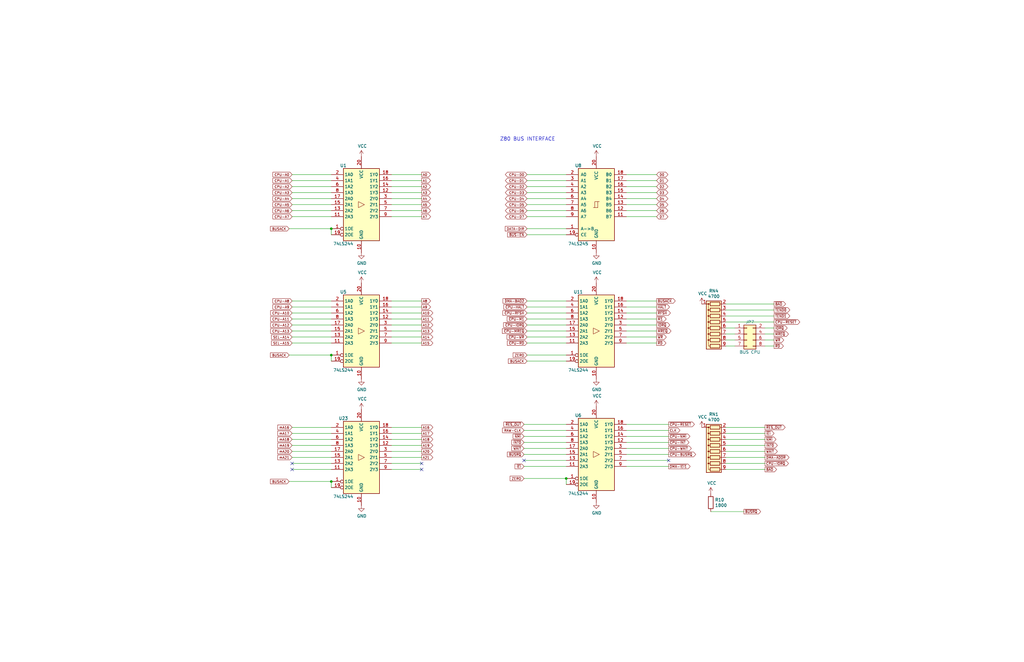
<source format=kicad_sch>
(kicad_sch (version 20211123) (generator eeschema)
  (paper "B")
  (lib_symbols
    (symbol "74xx:74HCT244"
      (property "Reference" "U" (at -7.62 16.51 0))
      (property "Value" "74HCT244" (at -7.62 -16.51 0))
      (symbol "74HCT244_1_0"
        (polyline (pts (xy 1.27 0) (xy -1.27 1.27) (xy -1.27 -1.27) (xy 1.27 0)) (stroke (width 0.1524)))
        (pin input inverted (at -12.7 -10.16 0) (length 5.08) (name "1OE") (number "1"))
        (pin power_in line (at 0 -20.32 90) (length 5.08) (name "GND") (number "10"))
        (pin input line (at -12.7 -5.08 0) (length 5.08) (name "2A3") (number "11"))
        (pin tri_state line (at 12.7 5.08 180) (length 5.08) (name "1Y3") (number "12"))
        (pin input line (at -12.7 -2.54 0) (length 5.08) (name "2A2") (number "13"))
        (pin tri_state line (at 12.7 7.62 180) (length 5.08) (name "1Y2") (number "14"))
        (pin input line (at -12.7 0 0) (length 5.08) (name "2A1") (number "15"))
        (pin tri_state line (at 12.7 10.16 180) (length 5.08) (name "1Y1") (number "16"))
        (pin input line (at -12.7 2.54 0) (length 5.08) (name "2A0") (number "17"))
        (pin tri_state line (at 12.7 12.7 180) (length 5.08) (name "1Y0") (number "18"))
        (pin input inverted (at -12.7 -12.7 0) (length 5.08) (name "2OE") (number "19"))
        (pin input line (at -12.7 12.7 0) (length 5.08) (name "1A0") (number "2"))
        (pin power_in line (at 0 20.32 270) (length 5.08) (name "VCC") (number "20"))
        (pin tri_state line (at 12.7 2.54 180) (length 5.08) (name "2Y0") (number "3"))
        (pin input line (at -12.7 10.16 0) (length 5.08) (name "1A1") (number "4"))
        (pin tri_state line (at 12.7 0 180) (length 5.08) (name "2Y1") (number "5"))
        (pin input line (at -12.7 7.62 0) (length 5.08) (name "1A2") (number "6"))
        (pin tri_state line (at 12.7 -2.54 180) (length 5.08) (name "2Y2") (number "7"))
        (pin input line (at -12.7 5.08 0) (length 5.08) (name "1A3") (number "8"))
        (pin tri_state line (at 12.7 -5.08 180) (length 5.08) (name "2Y3") (number "9"))
      )
      (symbol "74HCT244_1_1"
        (rectangle (start -7.62 15.24) (end 7.62 -15.24) (stroke (width 0.254)) (fill (type background)))
      )
    )
    (symbol "74xx:74LS245" (pin_names (offset 1.016))
      (property "Reference" "U" (at -7.62 16.51 0))
      (property "Value" "74LS245" (at -7.62 -16.51 0))
      (symbol "74LS245_1_0"
        (polyline (pts (xy -0.635 -1.27) (xy -0.635 1.27) (xy 0.635 1.27)))
        (polyline (pts (xy -1.27 -1.27) (xy 0.635 -1.27) (xy 0.635 1.27) (xy 1.27 1.27)))
        (pin input line (at -12.7 -10.16 0) (length 5.08) (name "A->B") (number "1"))
        (pin power_in line (at 0 -20.32 90) (length 5.08) (name "GND") (number "10"))
        (pin tri_state line (at 12.7 -5.08 180) (length 5.08) (name "B7") (number "11"))
        (pin tri_state line (at 12.7 -2.54 180) (length 5.08) (name "B6") (number "12"))
        (pin tri_state line (at 12.7 0 180) (length 5.08) (name "B5") (number "13"))
        (pin tri_state line (at 12.7 2.54 180) (length 5.08) (name "B4") (number "14"))
        (pin tri_state line (at 12.7 5.08 180) (length 5.08) (name "B3") (number "15"))
        (pin tri_state line (at 12.7 7.62 180) (length 5.08) (name "B2") (number "16"))
        (pin tri_state line (at 12.7 10.16 180) (length 5.08) (name "B1") (number "17"))
        (pin tri_state line (at 12.7 12.7 180) (length 5.08) (name "B0") (number "18"))
        (pin input inverted (at -12.7 -12.7 0) (length 5.08) (name "CE") (number "19"))
        (pin tri_state line (at -12.7 12.7 0) (length 5.08) (name "A0") (number "2"))
        (pin power_in line (at 0 20.32 270) (length 5.08) (name "VCC") (number "20"))
        (pin tri_state line (at -12.7 10.16 0) (length 5.08) (name "A1") (number "3"))
        (pin tri_state line (at -12.7 7.62 0) (length 5.08) (name "A2") (number "4"))
        (pin tri_state line (at -12.7 5.08 0) (length 5.08) (name "A3") (number "5"))
        (pin tri_state line (at -12.7 2.54 0) (length 5.08) (name "A4") (number "6"))
        (pin tri_state line (at -12.7 0 0) (length 5.08) (name "A5") (number "7"))
        (pin tri_state line (at -12.7 -2.54 0) (length 5.08) (name "A6") (number "8"))
        (pin tri_state line (at -12.7 -5.08 0) (length 5.08) (name "A7") (number "9"))
      )
      (symbol "74LS245_1_1"
        (rectangle (start -7.62 15.24) (end 7.62 -15.24) (stroke (width 0.254)) (fill (type background)))
      )
    )
    (symbol "Connector_Generic:Conn_02x04_Odd_Even" (pin_names (offset 1.016) hide)
      (property "Reference" "J" (at 1.27 5.08 0))
      (property "Value" "Conn_02x04_Odd_Even" (at 1.27 -7.62 0))
      (symbol "Conn_02x04_Odd_Even_1_1"
        (rectangle (start -1.27 -4.953) (end 0 -5.207) (stroke (width 0.1524)))
        (rectangle (start -1.27 -2.413) (end 0 -2.667) (stroke (width 0.1524)))
        (rectangle (start -1.27 0.127) (end 0 -0.127) (stroke (width 0.1524)))
        (rectangle (start -1.27 2.667) (end 0 2.413) (stroke (width 0.1524)))
        (rectangle (start -1.27 3.81) (end 3.81 -6.35) (stroke (width 0.254)) (fill (type background)))
        (rectangle (start 3.81 -4.953) (end 2.54 -5.207) (stroke (width 0.1524)))
        (rectangle (start 3.81 -2.413) (end 2.54 -2.667) (stroke (width 0.1524)))
        (rectangle (start 3.81 0.127) (end 2.54 -0.127) (stroke (width 0.1524)))
        (rectangle (start 3.81 2.667) (end 2.54 2.413) (stroke (width 0.1524)))
        (pin passive line (at -5.08 2.54 0) (length 3.81) (name "Pin_1") (number "1"))
        (pin passive line (at 7.62 2.54 180) (length 3.81) (name "Pin_2") (number "2"))
        (pin passive line (at -5.08 0 0) (length 3.81) (name "Pin_3") (number "3"))
        (pin passive line (at 7.62 0 180) (length 3.81) (name "Pin_4") (number "4"))
        (pin passive line (at -5.08 -2.54 0) (length 3.81) (name "Pin_5") (number "5"))
        (pin passive line (at 7.62 -2.54 180) (length 3.81) (name "Pin_6") (number "6"))
        (pin passive line (at -5.08 -5.08 0) (length 3.81) (name "Pin_7") (number "7"))
        (pin passive line (at 7.62 -5.08 180) (length 3.81) (name "Pin_8") (number "8"))
      )
    )
    (symbol "Device:R" (pin_numbers hide) (pin_names (offset 0))
      (property "Reference" "R" (at 2.032 0 90))
      (property "Value" "R" (at 0 0 90))
      (symbol "R_0_1"
        (rectangle (start -1.016 -2.54) (end 1.016 2.54) (stroke (width 0.254)))
      )
      (symbol "R_1_1"
        (pin passive line (at 0 3.81 270) (length 1.27) (name "~") (number "1"))
        (pin passive line (at 0 -3.81 90) (length 1.27) (name "~") (number "2"))
      )
    )
    (symbol "Device:R_Network08" (pin_names (offset 0) hide)
      (property "Reference" "RN" (at -12.7 0 90))
      (property "Value" "R_Network08" (at 10.16 0 90))
      (symbol "R_Network08_0_1"
        (rectangle (start -11.43 -3.175) (end 8.89 3.175) (stroke (width 0.254)) (fill (type background)))
        (rectangle (start -10.922 1.524) (end -9.398 -2.54) (stroke (width 0.254)))
        (circle (center -10.16 2.286) (radius 0.254) (fill (type outline)))
        (rectangle (start -8.382 1.524) (end -6.858 -2.54) (stroke (width 0.254)))
        (circle (center -7.62 2.286) (radius 0.254) (fill (type outline)))
        (rectangle (start -5.842 1.524) (end -4.318 -2.54) (stroke (width 0.254)))
        (circle (center -5.08 2.286) (radius 0.254) (fill (type outline)))
        (rectangle (start -3.302 1.524) (end -1.778 -2.54) (stroke (width 0.254)))
        (circle (center -2.54 2.286) (radius 0.254) (fill (type outline)))
        (rectangle (start -0.762 1.524) (end 0.762 -2.54) (stroke (width 0.254)))
        (polyline (pts (xy -10.16 -2.54) (xy -10.16 -3.81)))
        (polyline (pts (xy -7.62 -2.54) (xy -7.62 -3.81)))
        (polyline (pts (xy -5.08 -2.54) (xy -5.08 -3.81)))
        (polyline (pts (xy -2.54 -2.54) (xy -2.54 -3.81)))
        (polyline (pts (xy 0 -2.54) (xy 0 -3.81)))
        (polyline (pts (xy 2.54 -2.54) (xy 2.54 -3.81)))
        (polyline (pts (xy 5.08 -2.54) (xy 5.08 -3.81)))
        (polyline (pts (xy 7.62 -2.54) (xy 7.62 -3.81)))
        (polyline (pts (xy -10.16 1.524) (xy -10.16 2.286) (xy -7.62 2.286) (xy -7.62 1.524)))
        (polyline (pts (xy -7.62 1.524) (xy -7.62 2.286) (xy -5.08 2.286) (xy -5.08 1.524)))
        (polyline (pts (xy -5.08 1.524) (xy -5.08 2.286) (xy -2.54 2.286) (xy -2.54 1.524)))
        (polyline (pts (xy -2.54 1.524) (xy -2.54 2.286) (xy 0 2.286) (xy 0 1.524)))
        (polyline (pts (xy 0 1.524) (xy 0 2.286) (xy 2.54 2.286) (xy 2.54 1.524)))
        (polyline (pts (xy 2.54 1.524) (xy 2.54 2.286) (xy 5.08 2.286) (xy 5.08 1.524)))
        (polyline (pts (xy 5.08 1.524) (xy 5.08 2.286) (xy 7.62 2.286) (xy 7.62 1.524)))
        (circle (center 0 2.286) (radius 0.254) (fill (type outline)))
        (rectangle (start 1.778 1.524) (end 3.302 -2.54) (stroke (width 0.254)))
        (circle (center 2.54 2.286) (radius 0.254) (fill (type outline)))
        (rectangle (start 4.318 1.524) (end 5.842 -2.54) (stroke (width 0.254)))
        (circle (center 5.08 2.286) (radius 0.254) (fill (type outline)))
        (rectangle (start 6.858 1.524) (end 8.382 -2.54) (stroke (width 0.254)))
      )
      (symbol "R_Network08_1_1"
        (pin passive line (at -10.16 5.08 270) (length 2.54) (name "common") (number "1"))
        (pin passive line (at -10.16 -5.08 90) (length 1.27) (name "R1") (number "2"))
        (pin passive line (at -7.62 -5.08 90) (length 1.27) (name "R2") (number "3"))
        (pin passive line (at -5.08 -5.08 90) (length 1.27) (name "R3") (number "4"))
        (pin passive line (at -2.54 -5.08 90) (length 1.27) (name "R4") (number "5"))
        (pin passive line (at 0 -5.08 90) (length 1.27) (name "R5") (number "6"))
        (pin passive line (at 2.54 -5.08 90) (length 1.27) (name "R6") (number "7"))
        (pin passive line (at 5.08 -5.08 90) (length 1.27) (name "R7") (number "8"))
        (pin passive line (at 7.62 -5.08 90) (length 1.27) (name "R8") (number "9"))
      )
    )
    (symbol "power:GND" (power) (pin_names (offset 0))
      (property "Value" "GND" (at 0 -3.81 0))
      (symbol "GND_0_1"
        (polyline (pts (xy 0 0) (xy 0 -1.27) (xy 1.27 -1.27) (xy 0 -2.54) (xy -1.27 -1.27) (xy 0 -1.27)))
      )
      (symbol "GND_1_1"
        (pin power_in line (at 0 0 270) (length 0) hide (name "GND") (number "1"))
      )
    )
    (symbol "power:VCC" (power) (pin_names (offset 0))
      (property "Value" "VCC" (at 0 3.81 0))
      (symbol "VCC_0_1"
        (polyline (pts (xy -0.762 1.27) (xy 0 2.54)))
        (polyline (pts (xy 0 0) (xy 0 2.54)))
        (polyline (pts (xy 0 2.54) (xy 0.762 1.27)))
      )
      (symbol "VCC_1_1"
        (pin power_in line (at 0 0 90) (length 0) hide (name "VCC") (number "1"))
      )
    )
  )
  (junction (at 139.7 149.86))
  (junction (at 139.7 203.2))
  (junction (at 139.7 96.52))
  (junction (at 238.76 201.93))
  (no_connect (at 123.19 195.58))
  (no_connect (at 220.98 194.31))
  (no_connect (at 177.8 198.12))
  (no_connect (at 123.19 198.12))
  (no_connect (at 281.94 194.31))
  (no_connect (at 177.8 195.58))
  (wire (pts (xy 264.16 132.08) (xy 276.86 132.08)))
  (wire (pts (xy 165.1 193.04) (xy 177.8 193.04)))
  (wire (pts (xy 139.7 96.52) (xy 121.92 96.52)))
  (wire (pts (xy 123.19 73.66) (xy 139.7 73.66)))
  (wire (pts (xy 264.16 179.07) (xy 281.94 179.07)))
  (wire (pts (xy 306.07 190.5) (xy 322.58 190.5)))
  (wire (pts (xy 306.07 193.04) (xy 322.58 193.04)))
  (wire (pts (xy 264.16 137.16) (xy 276.86 137.16)))
  (wire (pts (xy 306.07 143.51) (xy 309.88 143.51)))
  (wire (pts (xy 123.19 88.9) (xy 139.7 88.9)))
  (wire (pts (xy 165.1 198.12) (xy 177.8 198.12)))
  (wire (pts (xy 165.1 76.2) (xy 177.8 76.2)))
  (wire (pts (xy 222.25 83.82) (xy 238.76 83.82)))
  (wire (pts (xy 264.16 184.15) (xy 281.94 184.15)))
  (wire (pts (xy 222.25 144.78) (xy 238.76 144.78)))
  (wire (pts (xy 165.1 86.36) (xy 177.8 86.36)))
  (wire (pts (xy 165.1 137.16) (xy 177.8 137.16)))
  (wire (pts (xy 165.1 129.54) (xy 177.8 129.54)))
  (wire (pts (xy 264.16 196.85) (xy 281.94 196.85)))
  (wire (pts (xy 322.58 138.43) (xy 326.39 138.43)))
  (wire (pts (xy 322.58 146.05) (xy 326.39 146.05)))
  (wire (pts (xy 165.1 182.88) (xy 177.8 182.88)))
  (wire (pts (xy 306.07 195.58) (xy 322.58 195.58)))
  (wire (pts (xy 123.19 81.28) (xy 139.7 81.28)))
  (wire (pts (xy 222.25 132.08) (xy 238.76 132.08)))
  (wire (pts (xy 165.1 139.7) (xy 177.8 139.7)))
  (wire (pts (xy 123.19 76.2) (xy 139.7 76.2)))
  (wire (pts (xy 306.07 182.88) (xy 322.58 182.88)))
  (wire (pts (xy 165.1 127) (xy 177.8 127)))
  (wire (pts (xy 165.1 73.66) (xy 177.8 73.66)))
  (wire (pts (xy 222.25 81.28) (xy 238.76 81.28)))
  (wire (pts (xy 264.16 86.36) (xy 276.86 86.36)))
  (wire (pts (xy 139.7 152.4) (xy 139.7 149.86)))
  (wire (pts (xy 306.07 180.34) (xy 322.58 180.34)))
  (wire (pts (xy 306.07 140.97) (xy 309.88 140.97)))
  (wire (pts (xy 222.25 137.16) (xy 238.76 137.16)))
  (wire (pts (xy 123.19 91.44) (xy 139.7 91.44)))
  (wire (pts (xy 281.94 191.77) (xy 264.16 191.77)))
  (wire (pts (xy 238.76 134.62) (xy 222.25 134.62)))
  (wire (pts (xy 306.07 146.05) (xy 309.88 146.05)))
  (wire (pts (xy 222.25 76.2) (xy 238.76 76.2)))
  (wire (pts (xy 264.16 81.28) (xy 276.86 81.28)))
  (wire (pts (xy 139.7 149.86) (xy 121.92 149.86)))
  (wire (pts (xy 264.16 142.24) (xy 276.86 142.24)))
  (wire (pts (xy 222.25 86.36) (xy 238.76 86.36)))
  (wire (pts (xy 264.16 127) (xy 276.86 127)))
  (wire (pts (xy 264.16 181.61) (xy 281.94 181.61)))
  (wire (pts (xy 264.16 134.62) (xy 276.86 134.62)))
  (wire (pts (xy 222.25 142.24) (xy 238.76 142.24)))
  (wire (pts (xy 222.25 129.54) (xy 238.76 129.54)))
  (wire (pts (xy 123.19 129.54) (xy 139.7 129.54)))
  (wire (pts (xy 306.07 198.12) (xy 322.58 198.12)))
  (wire (pts (xy 123.19 83.82) (xy 139.7 83.82)))
  (wire (pts (xy 264.16 88.9) (xy 276.86 88.9)))
  (wire (pts (xy 165.1 187.96) (xy 177.8 187.96)))
  (wire (pts (xy 123.19 137.16) (xy 139.7 137.16)))
  (wire (pts (xy 165.1 88.9) (xy 177.8 88.9)))
  (wire (pts (xy 222.25 73.66) (xy 238.76 73.66)))
  (wire (pts (xy 281.94 189.23) (xy 264.16 189.23)))
  (wire (pts (xy 123.19 132.08) (xy 139.7 132.08)))
  (wire (pts (xy 165.1 91.44) (xy 177.8 91.44)))
  (wire (pts (xy 222.25 149.86) (xy 238.76 149.86)))
  (wire (pts (xy 220.98 191.77) (xy 238.76 191.77)))
  (wire (pts (xy 165.1 78.74) (xy 177.8 78.74)))
  (wire (pts (xy 165.1 144.78) (xy 177.8 144.78)))
  (wire (pts (xy 165.1 81.28) (xy 177.8 81.28)))
  (wire (pts (xy 322.58 143.51) (xy 326.39 143.51)))
  (wire (pts (xy 123.19 187.96) (xy 139.7 187.96)))
  (wire (pts (xy 264.16 139.7) (xy 276.86 139.7)))
  (wire (pts (xy 222.25 99.06) (xy 238.76 99.06)))
  (wire (pts (xy 306.07 138.43) (xy 309.88 138.43)))
  (wire (pts (xy 264.16 83.82) (xy 276.86 83.82)))
  (wire (pts (xy 306.07 135.89) (xy 326.39 135.89)))
  (wire (pts (xy 165.1 195.58) (xy 177.8 195.58)))
  (wire (pts (xy 165.1 134.62) (xy 177.8 134.62)))
  (wire (pts (xy 123.19 195.58) (xy 139.7 195.58)))
  (wire (pts (xy 165.1 83.82) (xy 177.8 83.82)))
  (wire (pts (xy 165.1 185.42) (xy 177.8 185.42)))
  (wire (pts (xy 165.1 142.24) (xy 177.8 142.24)))
  (wire (pts (xy 264.16 194.31) (xy 281.94 194.31)))
  (wire (pts (xy 220.98 186.69) (xy 238.76 186.69)))
  (wire (pts (xy 264.16 186.69) (xy 281.94 186.69)))
  (wire (pts (xy 123.19 144.78) (xy 139.7 144.78)))
  (wire (pts (xy 306.07 133.35) (xy 326.39 133.35)))
  (wire (pts (xy 306.07 187.96) (xy 322.58 187.96)))
  (wire (pts (xy 222.25 152.4) (xy 238.76 152.4)))
  (wire (pts (xy 222.25 139.7) (xy 238.76 139.7)))
  (wire (pts (xy 139.7 205.74) (xy 139.7 203.2)))
  (wire (pts (xy 123.19 180.34) (xy 139.7 180.34)))
  (wire (pts (xy 123.19 198.12) (xy 139.7 198.12)))
  (wire (pts (xy 123.19 139.7) (xy 139.7 139.7)))
  (wire (pts (xy 123.19 185.42) (xy 139.7 185.42)))
  (wire (pts (xy 220.98 184.15) (xy 238.76 184.15)))
  (wire (pts (xy 165.1 180.34) (xy 177.8 180.34)))
  (wire (pts (xy 123.19 193.04) (xy 139.7 193.04)))
  (wire (pts (xy 322.58 140.97) (xy 326.39 140.97)))
  (wire (pts (xy 139.7 203.2) (xy 121.92 203.2)))
  (wire (pts (xy 238.76 201.93) (xy 238.76 204.47)))
  (wire (pts (xy 220.98 179.07) (xy 238.76 179.07)))
  (wire (pts (xy 220.98 194.31) (xy 238.76 194.31)))
  (wire (pts (xy 123.19 134.62) (xy 139.7 134.62)))
  (wire (pts (xy 165.1 132.08) (xy 177.8 132.08)))
  (wire (pts (xy 220.98 201.93) (xy 238.76 201.93)))
  (wire (pts (xy 264.16 76.2) (xy 276.86 76.2)))
  (wire (pts (xy 264.16 73.66) (xy 276.86 73.66)))
  (wire (pts (xy 222.25 96.52) (xy 238.76 96.52)))
  (wire (pts (xy 123.19 190.5) (xy 139.7 190.5)))
  (wire (pts (xy 264.16 91.44) (xy 276.86 91.44)))
  (wire (pts (xy 165.1 190.5) (xy 177.8 190.5)))
  (wire (pts (xy 238.76 127) (xy 222.25 127)))
  (wire (pts (xy 220.98 196.85) (xy 238.76 196.85)))
  (wire (pts (xy 123.19 142.24) (xy 139.7 142.24)))
  (wire (pts (xy 306.07 128.27) (xy 326.39 128.27)))
  (wire (pts (xy 123.19 127) (xy 139.7 127)))
  (wire (pts (xy 264.16 144.78) (xy 276.86 144.78)))
  (wire (pts (xy 222.25 78.74) (xy 238.76 78.74)))
  (wire (pts (xy 123.19 182.88) (xy 139.7 182.88)))
  (wire (pts (xy 264.16 78.74) (xy 276.86 78.74)))
  (wire (pts (xy 306.07 130.81) (xy 326.39 130.81)))
  (wire (pts (xy 139.7 99.06) (xy 139.7 96.52)))
  (wire (pts (xy 123.19 86.36) (xy 139.7 86.36)))
  (wire (pts (xy 306.07 185.42) (xy 322.58 185.42)))
  (wire (pts (xy 123.19 78.74) (xy 139.7 78.74)))
  (wire (pts (xy 264.16 129.54) (xy 276.86 129.54)))
  (wire (pts (xy 220.98 181.61) (xy 238.76 181.61)))
  (wire (pts (xy 220.98 189.23) (xy 238.76 189.23)))
  (wire (pts (xy 222.25 91.44) (xy 238.76 91.44)))
  (wire (pts (xy 222.25 88.9) (xy 238.76 88.9)))
  (wire (pts (xy 299.72 215.9) (xy 313.69 215.9)))
  (text "Z80 BUS INTERFACE" (at 210.82 59.69 0) (effects (font (size 1.524 1.524)) (justify left bottom)))
  (global_label "A9" (shape output) (at 177.8 129.54 0) (effects (font (size 1.016 1.016))) (property "Intersheet References" "${INTERSHEET_REFS}" (effects hide)))
  (global_label "mA20" (shape input) (at 123.19 190.5 180) (effects (font (size 1.016 1.016))) (property "Intersheet References" "${INTERSHEET_REFS}" (effects hide)))
  (global_label "D1" (shape bidirectional) (at 276.86 76.2 0) (effects (font (size 1.016 1.016))) (property "Intersheet References" "${INTERSHEET_REFS}" (effects hide)))
  (global_label "~{CPU-WAIT}" (shape output) (at 281.94 189.23 0) (effects (font (size 1.016 1.016))) (property "Intersheet References" "${INTERSHEET_REFS}" (effects hide)))
  (global_label "A19" (shape output) (at 177.8 187.96 0) (effects (font (size 1.016 1.016))) (property "Intersheet References" "${INTERSHEET_REFS}" (effects hide)))
  (global_label "~{RD}" (shape output) (at 276.86 144.78 0) (effects (font (size 1.016 1.016))) (property "Intersheet References" "${INTERSHEET_REFS}" (effects hide)))
  (global_label "~{TEND1}" (shape output) (at 326.39 133.35 0) (effects (font (size 1.016 1.016))) (property "Intersheet References" "${INTERSHEET_REFS}" (effects hide)))
  (global_label "mA16" (shape input) (at 123.19 180.34 180) (effects (font (size 1.016 1.016))) (property "Intersheet References" "${INTERSHEET_REFS}" (effects hide)))
  (global_label "~{IEI}" (shape input) (at 220.98 196.85 180) (effects (font (size 1.016 1.016))) (property "Intersheet References" "${INTERSHEET_REFS}" (effects hide)))
  (global_label "BUSACK" (shape input) (at 222.25 152.4 180) (effects (font (size 1.016 1.016))) (property "Intersheet References" "${INTERSHEET_REFS}" (effects hide)))
  (global_label "~{NMI}" (shape input) (at 220.98 184.15 180) (effects (font (size 1.016 1.016))) (property "Intersheet References" "${INTERSHEET_REFS}" (effects hide)))
  (global_label "~{CPU-IORQ}" (shape input) (at 222.25 137.16 180) (effects (font (size 1.016 1.016))) (property "Intersheet References" "${INTERSHEET_REFS}" (effects hide)))
  (global_label "A16" (shape output) (at 177.8 180.34 0) (effects (font (size 1.016 1.016))) (property "Intersheet References" "${INTERSHEET_REFS}" (effects hide)))
  (global_label "~{CPU-BUSRQ}" (shape output) (at 281.94 191.77 0) (effects (font (size 1.016 1.016))) (property "Intersheet References" "${INTERSHEET_REFS}" (effects hide)))
  (global_label "SEL-A14" (shape input) (at 123.19 142.24 180) (effects (font (size 1.016 1.016))) (property "Intersheet References" "${INTERSHEET_REFS}" (effects hide)))
  (global_label "~{CPU-M1}" (shape input) (at 222.25 134.62 180) (effects (font (size 1.016 1.016))) (property "Intersheet References" "${INTERSHEET_REFS}" (effects hide)))
  (global_label "CPU-A11" (shape input) (at 123.19 134.62 180) (effects (font (size 1.016 1.016))) (property "Intersheet References" "${INTERSHEET_REFS}" (effects hide)))
  (global_label "~{WAIT}" (shape output) (at 322.58 190.5 0) (effects (font (size 1.016 1.016))) (property "Intersheet References" "${INTERSHEET_REFS}" (effects hide)))
  (global_label "SEL-A15" (shape input) (at 123.19 144.78 180) (effects (font (size 1.016 1.016))) (property "Intersheet References" "${INTERSHEET_REFS}" (effects hide)))
  (global_label "CPU-A13" (shape input) (at 123.19 139.7 180) (effects (font (size 1.016 1.016))) (property "Intersheet References" "${INTERSHEET_REFS}" (effects hide)))
  (global_label "A15" (shape output) (at 177.8 144.78 0) (effects (font (size 1.016 1.016))) (property "Intersheet References" "${INTERSHEET_REFS}" (effects hide)))
  (global_label "BUSACK" (shape input) (at 121.92 96.52 180) (effects (font (size 1.016 1.016))) (property "Intersheet References" "${INTERSHEET_REFS}" (effects hide)))
  (global_label "A0" (shape output) (at 177.8 73.66 0) (effects (font (size 1.016 1.016))) (property "Intersheet References" "${INTERSHEET_REFS}" (effects hide)))
  (global_label "DATA-DIR" (shape input) (at 222.25 96.52 180) (effects (font (size 1.016 1.016))) (property "Intersheet References" "${INTERSHEET_REFS}" (effects hide)))
  (global_label "~{RFSH}" (shape output) (at 276.86 132.08 0) (effects (font (size 1.016 1.016))) (property "Intersheet References" "${INTERSHEET_REFS}" (effects hide)))
  (global_label "~{CPU-MREQ}" (shape input) (at 222.25 139.7 180) (effects (font (size 1.016 1.016))) (property "Intersheet References" "${INTERSHEET_REFS}" (effects hide)))
  (global_label "CPU-A8" (shape input) (at 123.19 127 180) (effects (font (size 1.016 1.016))) (property "Intersheet References" "${INTERSHEET_REFS}" (effects hide)))
  (global_label "CPU-A5" (shape input) (at 123.19 86.36 180) (effects (font (size 1.016 1.016))) (property "Intersheet References" "${INTERSHEET_REFS}" (effects hide)))
  (global_label "~{CPU-IORQ}" (shape output) (at 322.58 195.58 0) (effects (font (size 1.016 1.016))) (property "Intersheet References" "${INTERSHEET_REFS}" (effects hide)))
  (global_label "BUSACK" (shape input) (at 121.92 149.86 180) (effects (font (size 1.016 1.016))) (property "Intersheet References" "${INTERSHEET_REFS}" (effects hide)))
  (global_label "A4" (shape output) (at 177.8 83.82 0) (effects (font (size 1.016 1.016))) (property "Intersheet References" "${INTERSHEET_REFS}" (effects hide)))
  (global_label "ZERO" (shape input) (at 222.25 149.86 180) (effects (font (size 1.016 1.016))) (property "Intersheet References" "${INTERSHEET_REFS}" (effects hide)))
  (global_label "D2" (shape bidirectional) (at 276.86 78.74 0) (effects (font (size 1.016 1.016))) (property "Intersheet References" "${INTERSHEET_REFS}" (effects hide)))
  (global_label "~{BAO}" (shape output) (at 326.39 128.27 0) (effects (font (size 1.016 1.016))) (property "Intersheet References" "${INTERSHEET_REFS}" (effects hide)))
  (global_label "~{WAIT}" (shape input) (at 220.98 189.23 180) (effects (font (size 1.016 1.016))) (property "Intersheet References" "${INTERSHEET_REFS}" (effects hide)))
  (global_label "~{RES_OUT}" (shape input) (at 220.98 179.07 180) (effects (font (size 1.016 1.016))) (property "Intersheet References" "${INTERSHEET_REFS}" (effects hide)))
  (global_label "CPU-A6" (shape input) (at 123.19 88.9 180) (effects (font (size 1.016 1.016))) (property "Intersheet References" "${INTERSHEET_REFS}" (effects hide)))
  (global_label "~{CPU-RESET}" (shape output) (at 326.39 135.89 0) (effects (font (size 1.016 1.016))) (property "Intersheet References" "${INTERSHEET_REFS}" (effects hide)))
  (global_label "CPU-A2" (shape input) (at 123.19 78.74 180) (effects (font (size 1.016 1.016))) (property "Intersheet References" "${INTERSHEET_REFS}" (effects hide)))
  (global_label "mA17" (shape input) (at 123.19 182.88 180) (effects (font (size 1.016 1.016))) (property "Intersheet References" "${INTERSHEET_REFS}" (effects hide)))
  (global_label "~{M1}" (shape output) (at 276.86 134.62 0) (effects (font (size 1.016 1.016))) (property "Intersheet References" "${INTERSHEET_REFS}" (effects hide)))
  (global_label "~{NMI}" (shape output) (at 322.58 185.42 0) (effects (font (size 1.016 1.016))) (property "Intersheet References" "${INTERSHEET_REFS}" (effects hide)))
  (global_label "ZERO" (shape input) (at 220.98 201.93 180) (effects (font (size 1.016 1.016))) (property "Intersheet References" "${INTERSHEET_REFS}" (effects hide)))
  (global_label "CPU-A0" (shape input) (at 123.19 73.66 180) (effects (font (size 1.016 1.016))) (property "Intersheet References" "${INTERSHEET_REFS}" (effects hide)))
  (global_label "CLK" (shape output) (at 281.94 181.61 0) (effects (font (size 1.016 1.016))) (property "Intersheet References" "${INTERSHEET_REFS}" (effects hide)))
  (global_label "~{IORQ}" (shape output) (at 326.39 138.43 0) (effects (font (size 1.016 1.016))) (property "Intersheet References" "${INTERSHEET_REFS}" (effects hide)))
  (global_label "CPU-A3" (shape input) (at 123.19 81.28 180) (effects (font (size 1.016 1.016))) (property "Intersheet References" "${INTERSHEET_REFS}" (effects hide)))
  (global_label "A20" (shape output) (at 177.8 190.5 0) (effects (font (size 1.016 1.016))) (property "Intersheet References" "${INTERSHEET_REFS}" (effects hide)))
  (global_label "~{INT0}" (shape input) (at 220.98 186.69 180) (effects (font (size 1.016 1.016))) (property "Intersheet References" "${INTERSHEET_REFS}" (effects hide)))
  (global_label "mA19" (shape input) (at 123.19 187.96 180) (effects (font (size 1.016 1.016))) (property "Intersheet References" "${INTERSHEET_REFS}" (effects hide)))
  (global_label "~{CPU-INT}" (shape output) (at 281.94 186.69 0) (effects (font (size 1.016 1.016))) (property "Intersheet References" "${INTERSHEET_REFS}" (effects hide)))
  (global_label "A18" (shape output) (at 177.8 185.42 0) (effects (font (size 1.016 1.016))) (property "Intersheet References" "${INTERSHEET_REFS}" (effects hide)))
  (global_label "A3" (shape output) (at 177.8 81.28 0) (effects (font (size 1.016 1.016))) (property "Intersheet References" "${INTERSHEET_REFS}" (effects hide)))
  (global_label "D3" (shape bidirectional) (at 276.86 81.28 0) (effects (font (size 1.016 1.016))) (property "Intersheet References" "${INTERSHEET_REFS}" (effects hide)))
  (global_label "CPU-D3" (shape bidirectional) (at 222.25 81.28 180) (effects (font (size 1.016 1.016))) (property "Intersheet References" "${INTERSHEET_REFS}" (effects hide)))
  (global_label "CPU-D5" (shape bidirectional) (at 222.25 86.36 180) (effects (font (size 1.016 1.016))) (property "Intersheet References" "${INTERSHEET_REFS}" (effects hide)))
  (global_label "mA18" (shape input) (at 123.19 185.42 180) (effects (font (size 1.016 1.016))) (property "Intersheet References" "${INTERSHEET_REFS}" (effects hide)))
  (global_label "D7" (shape bidirectional) (at 276.86 91.44 0) (effects (font (size 1.016 1.016))) (property "Intersheet References" "${INTERSHEET_REFS}" (effects hide)))
  (global_label "~{BUSRQ}" (shape input) (at 220.98 191.77 180) (effects (font (size 1.016 1.016))) (property "Intersheet References" "${INTERSHEET_REFS}" (effects hide)))
  (global_label "~{RD}" (shape output) (at 326.39 146.05 0) (effects (font (size 1.016 1.016))) (property "Intersheet References" "${INTERSHEET_REFS}" (effects hide)))
  (global_label "CPU-D7" (shape bidirectional) (at 222.25 91.44 180) (effects (font (size 1.016 1.016))) (property "Intersheet References" "${INTERSHEET_REFS}" (effects hide)))
  (global_label "CPU-A4" (shape input) (at 123.19 83.82 180) (effects (font (size 1.016 1.016))) (property "Intersheet References" "${INTERSHEET_REFS}" (effects hide)))
  (global_label "CPU-A12" (shape input) (at 123.19 137.16 180) (effects (font (size 1.016 1.016))) (property "Intersheet References" "${INTERSHEET_REFS}" (effects hide)))
  (global_label "CPU-D0" (shape bidirectional) (at 222.25 73.66 180) (effects (font (size 1.016 1.016))) (property "Intersheet References" "${INTERSHEET_REFS}" (effects hide)))
  (global_label "~{BAO}" (shape output) (at 322.58 198.12 0) (effects (font (size 1.016 1.016))) (property "Intersheet References" "${INTERSHEET_REFS}" (effects hide)))
  (global_label "CPU-D6" (shape bidirectional) (at 222.25 88.9 180) (effects (font (size 1.016 1.016))) (property "Intersheet References" "${INTERSHEET_REFS}" (effects hide)))
  (global_label "~{DMA-ADDR}" (shape output) (at 322.58 193.04 0) (effects (font (size 1.016 1.016))) (property "Intersheet References" "${INTERSHEET_REFS}" (effects hide)))
  (global_label "BUSACK" (shape input) (at 121.92 203.2 180) (effects (font (size 1.016 1.016))) (property "Intersheet References" "${INTERSHEET_REFS}" (effects hide)))
  (global_label "~{CPU-RESET}" (shape output) (at 281.94 179.07 0) (effects (font (size 1.016 1.016))) (property "Intersheet References" "${INTERSHEET_REFS}" (effects hide)))
  (global_label "~{WR}" (shape output) (at 326.39 143.51 0) (effects (font (size 1.016 1.016))) (property "Intersheet References" "${INTERSHEET_REFS}" (effects hide)))
  (global_label "A8" (shape output) (at 177.8 127 0) (effects (font (size 1.016 1.016))) (property "Intersheet References" "${INTERSHEET_REFS}" (effects hide)))
  (global_label "~{RES_OUT}" (shape output) (at 322.58 180.34 0) (effects (font (size 1.016 1.016))) (property "Intersheet References" "${INTERSHEET_REFS}" (effects hide)))
  (global_label "A5" (shape output) (at 177.8 86.36 0) (effects (font (size 1.016 1.016))) (property "Intersheet References" "${INTERSHEET_REFS}" (effects hide)))
  (global_label "~{TEND0}" (shape output) (at 326.39 130.81 0) (effects (font (size 1.016 1.016))) (property "Intersheet References" "${INTERSHEET_REFS}" (effects hide)))
  (global_label "A11" (shape output) (at 177.8 134.62 0) (effects (font (size 1.016 1.016))) (property "Intersheet References" "${INTERSHEET_REFS}" (effects hide)))
  (global_label "~{CPU-RD}" (shape input) (at 222.25 144.78 180) (effects (font (size 1.016 1.016))) (property "Intersheet References" "${INTERSHEET_REFS}" (effects hide)))
  (global_label "D6" (shape bidirectional) (at 276.86 88.9 0) (effects (font (size 1.016 1.016))) (property "Intersheet References" "${INTERSHEET_REFS}" (effects hide)))
  (global_label "A13" (shape output) (at 177.8 139.7 0) (effects (font (size 1.016 1.016))) (property "Intersheet References" "${INTERSHEET_REFS}" (effects hide)))
  (global_label "CPU-D2" (shape bidirectional) (at 222.25 78.74 180) (effects (font (size 1.016 1.016))) (property "Intersheet References" "${INTERSHEET_REFS}" (effects hide)))
  (global_label "CPU-A9" (shape input) (at 123.19 129.54 180) (effects (font (size 1.016 1.016))) (property "Intersheet References" "${INTERSHEET_REFS}" (effects hide)))
  (global_label "~{CPU-RFSH}" (shape input) (at 222.25 132.08 180) (effects (font (size 1.016 1.016))) (property "Intersheet References" "${INTERSHEET_REFS}" (effects hide)))
  (global_label "A7" (shape output) (at 177.8 91.44 0) (effects (font (size 1.016 1.016))) (property "Intersheet References" "${INTERSHEET_REFS}" (effects hide)))
  (global_label "~{MREQ}" (shape output) (at 276.86 139.7 0) (effects (font (size 1.016 1.016))) (property "Intersheet References" "${INTERSHEET_REFS}" (effects hide)))
  (global_label "CPU-D4" (shape bidirectional) (at 222.25 83.82 180) (effects (font (size 1.016 1.016))) (property "Intersheet References" "${INTERSHEET_REFS}" (effects hide)))
  (global_label "~{MREQ}" (shape output) (at 326.39 140.97 0) (effects (font (size 1.016 1.016))) (property "Intersheet References" "${INTERSHEET_REFS}" (effects hide)))
  (global_label "A14" (shape output) (at 177.8 142.24 0) (effects (font (size 1.016 1.016))) (property "Intersheet References" "${INTERSHEET_REFS}" (effects hide)))
  (global_label "CPU-A7" (shape input) (at 123.19 91.44 180) (effects (font (size 1.016 1.016))) (property "Intersheet References" "${INTERSHEET_REFS}" (effects hide)))
  (global_label "CPU-A1" (shape input) (at 123.19 76.2 180) (effects (font (size 1.016 1.016))) (property "Intersheet References" "${INTERSHEET_REFS}" (effects hide)))
  (global_label "~{DMA-BAO2}" (shape input) (at 222.25 127 180) (effects (font (size 1.016 1.016))) (property "Intersheet References" "${INTERSHEET_REFS}" (effects hide)))
  (global_label "~{IORQ}" (shape output) (at 276.86 137.16 0) (effects (font (size 1.016 1.016))) (property "Intersheet References" "${INTERSHEET_REFS}" (effects hide)))
  (global_label "A2" (shape output) (at 177.8 78.74 0) (effects (font (size 1.016 1.016))) (property "Intersheet References" "${INTERSHEET_REFS}" (effects hide)))
  (global_label "~{INT0}" (shape output) (at 322.58 187.96 0) (effects (font (size 1.016 1.016))) (property "Intersheet References" "${INTERSHEET_REFS}" (effects hide)))
  (global_label "~{HALT}" (shape output) (at 276.86 129.54 0) (effects (font (size 1.016 1.016))) (property "Intersheet References" "${INTERSHEET_REFS}" (effects hide)))
  (global_label "A12" (shape output) (at 177.8 137.16 0) (effects (font (size 1.016 1.016))) (property "Intersheet References" "${INTERSHEET_REFS}" (effects hide)))
  (global_label "D0" (shape bidirectional) (at 276.86 73.66 0) (effects (font (size 1.016 1.016))) (property "Intersheet References" "${INTERSHEET_REFS}" (effects hide)))
  (global_label "~{CPU-WR}" (shape input) (at 222.25 142.24 180) (effects (font (size 1.016 1.016))) (property "Intersheet References" "${INTERSHEET_REFS}" (effects hide)))
  (global_label "CPU-A10" (shape input) (at 123.19 132.08 180) (effects (font (size 1.016 1.016))) (property "Intersheet References" "${INTERSHEET_REFS}" (effects hide)))
  (global_label "A10" (shape output) (at 177.8 132.08 0) (effects (font (size 1.016 1.016))) (property "Intersheet References" "${INTERSHEET_REFS}" (effects hide)))
  (global_label "D4" (shape bidirectional) (at 276.86 83.82 0) (effects (font (size 1.016 1.016))) (property "Intersheet References" "${INTERSHEET_REFS}" (effects hide)))
  (global_label "mA21" (shape input) (at 123.19 193.04 180) (effects (font (size 1.016 1.016))) (property "Intersheet References" "${INTERSHEET_REFS}" (effects hide)))
  (global_label "A21" (shape output) (at 177.8 193.04 0) (effects (font (size 1.016 1.016))) (property "Intersheet References" "${INTERSHEET_REFS}" (effects hide)))
  (global_label "~{CPU-HALT}" (shape input) (at 222.25 129.54 180) (effects (font (size 1.016 1.016))) (property "Intersheet References" "${INTERSHEET_REFS}" (effects hide)))
  (global_label "~{DMA-IEI1}" (shape output) (at 281.94 196.85 0) (effects (font (size 1.016 1.016))) (property "Intersheet References" "${INTERSHEET_REFS}" (effects hide)))
  (global_label "~{BUSACK}" (shape output) (at 276.86 127 0) (effects (font (size 1.016 1.016))) (property "Intersheet References" "${INTERSHEET_REFS}" (effects hide)))
  (global_label "~{IEI}" (shape output) (at 322.58 182.88 0) (effects (font (size 1.016 1.016))) (property "Intersheet References" "${INTERSHEET_REFS}" (effects hide)))
  (global_label "~{WR}" (shape output) (at 276.86 142.24 0) (effects (font (size 1.016 1.016))) (property "Intersheet References" "${INTERSHEET_REFS}" (effects hide)))
  (global_label "~{BUS-EN}" (shape input) (at 222.25 99.06 180) (effects (font (size 1.016 1.016))) (property "Intersheet References" "${INTERSHEET_REFS}" (effects hide)))
  (global_label "CPU-D1" (shape bidirectional) (at 222.25 76.2 180) (effects (font (size 1.016 1.016))) (property "Intersheet References" "${INTERSHEET_REFS}" (effects hide)))
  (global_label "A6" (shape output) (at 177.8 88.9 0) (effects (font (size 1.016 1.016))) (property "Intersheet References" "${INTERSHEET_REFS}" (effects hide)))
  (global_label "D5" (shape bidirectional) (at 276.86 86.36 0) (effects (font (size 1.016 1.016))) (property "Intersheet References" "${INTERSHEET_REFS}" (effects hide)))
  (global_label "A1" (shape output) (at 177.8 76.2 0) (effects (font (size 1.016 1.016))) (property "Intersheet References" "${INTERSHEET_REFS}" (effects hide)))
  (global_label "A17" (shape output) (at 177.8 182.88 0) (effects (font (size 1.016 1.016))) (property "Intersheet References" "${INTERSHEET_REFS}" (effects hide)))
  (global_label "RAW-CLK" (shape input) (at 220.98 181.61 180) (effects (font (size 1.016 1.016))) (property "Intersheet References" "${INTERSHEET_REFS}" (effects hide)))
  (global_label "~{CPU-NMI}" (shape output) (at 281.94 184.15 0) (effects (font (size 1.016 1.016))) (property "Intersheet References" "${INTERSHEET_REFS}" (effects hide)))
  (global_label "~{BUSRQ}" (shape output) (at 313.69 215.9 0) (effects (font (size 1.016 1.016))) (property "Intersheet References" "${INTERSHEET_REFS}" (effects hide)))
  (symbol (lib_id "74xx:74HCT244") (at 152.4 193.04 0) (unit 1)
    (property "Reference" "U23" (at 144.78 176.53 0))
    (property "Value" "74LS244" (at 144.78 209.55 0))
    (property "Footprint" "Package_DIP:DIP-20_W7.62mm" (effects hide))
    (property "Datasheet" "https://assets.nexperia.com/documents/data-sheet/74HC_HCT244.pdf" (effects hide))
  )
  (symbol (lib_id "power:VCC") (at 152.4 172.72 0) (unit 1)
    (property "Reference" "#PWR07" (effects hide))
    (property "Value" "VCC" (at 152.781 168.3258 0))
  )
  (symbol (lib_id "power:GND") (at 152.4 213.36 0) (unit 1)
    (property "Reference" "#PWR09" (effects hide))
    (property "Value" "GND" (at 152.527 217.7542 0))
  )
  (symbol (lib_id "74xx:74HCT244") (at 152.4 86.36 0) (unit 1)
    (property "Reference" "U1" (at 144.78 69.85 0))
    (property "Value" "74LS244" (at 144.78 102.87 0))
    (property "Footprint" "Package_DIP:DIP-20_W7.62mm" (effects hide))
    (property "Datasheet" "https://assets.nexperia.com/documents/data-sheet/74HC_HCT244.pdf" (effects hide))
  )
  (symbol (lib_id "power:VCC") (at 152.4 66.04 0) (unit 1)
    (property "Reference" "#PWR0125" (effects hide))
    (property "Value" "VCC" (at 152.781 61.6458 0))
  )
  (symbol (lib_id "power:GND") (at 152.4 106.68 0) (unit 1)
    (property "Reference" "#PWR0126" (effects hide))
    (property "Value" "GND" (at 152.527 111.0742 0))
  )
  (symbol (lib_id "74xx:74HCT244") (at 152.4 139.7 0) (unit 1)
    (property "Reference" "U5" (at 144.78 123.19 0))
    (property "Value" "74LS244" (at 144.78 156.21 0))
    (property "Footprint" "Package_DIP:DIP-20_W7.62mm" (effects hide))
    (property "Datasheet" "https://assets.nexperia.com/documents/data-sheet/74HC_HCT244.pdf" (effects hide))
  )
  (symbol (lib_id "power:VCC") (at 152.4 119.38 0) (unit 1)
    (property "Reference" "#PWR0127" (effects hide))
    (property "Value" "VCC" (at 152.781 114.9858 0))
  )
  (symbol (lib_id "power:GND") (at 152.4 160.02 0) (unit 1)
    (property "Reference" "#PWR0128" (effects hide))
    (property "Value" "GND" (at 152.527 164.4142 0))
  )
  (symbol (lib_id "74xx:74LS245") (at 251.46 86.36 0) (unit 1)
    (property "Reference" "U8" (at 243.84 69.85 0))
    (property "Value" "74LS245" (at 243.84 102.87 0))
    (property "Footprint" "Package_DIP:DIP-20_W7.62mm" (effects hide))
    (property "Datasheet" "http://www.ti.com/lit/gpn/sn74LS245" (effects hide))
  )
  (symbol (lib_id "power:VCC") (at 251.46 66.04 0) (unit 1)
    (property "Reference" "#PWR0129" (effects hide))
    (property "Value" "VCC" (at 251.841 61.6458 0))
  )
  (symbol (lib_id "power:GND") (at 251.46 106.68 0) (unit 1)
    (property "Reference" "#PWR0130" (effects hide))
    (property "Value" "GND" (at 251.587 111.0742 0))
  )
  (symbol (lib_id "74xx:74HCT244") (at 251.46 139.7 0) (unit 1)
    (property "Reference" "U11" (at 243.84 123.19 0))
    (property "Value" "74LS244" (at 243.84 156.21 0))
    (property "Footprint" "Package_DIP:DIP-20_W7.62mm" (effects hide))
    (property "Datasheet" "https://assets.nexperia.com/documents/data-sheet/74HC_HCT244.pdf" (effects hide))
  )
  (symbol (lib_id "power:VCC") (at 251.46 119.38 0) (unit 1)
    (property "Reference" "#PWR0110" (effects hide))
    (property "Value" "VCC" (at 251.841 114.9858 0))
  )
  (symbol (lib_id "power:GND") (at 251.46 160.02 0) (unit 1)
    (property "Reference" "#PWR0131" (effects hide))
    (property "Value" "GND" (at 251.587 164.4142 0))
  )
  (symbol (lib_id "Device:R_Network08") (at 300.99 138.43 90) (mirror x) (unit 1)
    (property "Reference" "RN4" (at 300.99 122.7582 90))
    (property "Value" "4700" (at 300.99 125.0696 90))
    (property "Footprint" "Resistor_THT:R_Array_SIP9" (effects hide))
    (property "Datasheet" "http://www.vishay.com/docs/31509/csc.pdf" (effects hide))
  )
  (symbol (lib_id "power:VCC") (at 295.91 128.27 0) (unit 1)
    (property "Reference" "#PWR0132" (effects hide))
    (property "Value" "VCC" (at 296.291 123.8758 0))
  )
  (symbol (lib_id "Connector_Generic:Conn_02x04_Odd_Even") (at 314.96 140.97 0) (unit 1)
    (property "Reference" "JP7" (at 316.23 135.89 0))
    (property "Value" "BUS CPU" (at 316.23 148.59 0))
    (property "Footprint" "Connector_PinHeader_2.54mm:PinHeader_2x04_P2.54mm_Vertical" (effects hide))
  )
  (symbol (lib_id "power:VCC") (at 295.91 180.34 0) (unit 1)
    (property "Reference" "#PWR0133" (effects hide))
    (property "Value" "VCC" (at 296.291 175.9458 0))
  )
  (symbol (lib_id "Device:R_Network08") (at 300.99 190.5 90) (mirror x) (unit 1)
    (property "Reference" "RN1" (at 300.99 174.8282 90))
    (property "Value" "4700" (at 300.99 177.1396 90))
    (property "Footprint" "Resistor_THT:R_Array_SIP9" (effects hide))
    (property "Datasheet" "http://www.vishay.com/docs/31509/csc.pdf" (effects hide))
  )
  (symbol (lib_id "power:GND") (at 251.46 212.09 0) (unit 1)
    (property "Reference" "#PWR0134" (effects hide))
    (property "Value" "GND" (at 251.587 216.4842 0))
  )
  (symbol (lib_id "74xx:74HCT244") (at 251.46 191.77 0) (unit 1)
    (property "Reference" "U6" (at 243.84 175.26 0))
    (property "Value" "74LS244" (at 243.84 208.28 0))
    (property "Footprint" "Package_DIP:DIP-20_W7.62mm" (effects hide))
    (property "Datasheet" "https://assets.nexperia.com/documents/data-sheet/74HC_HCT244.pdf" (effects hide))
  )
  (symbol (lib_id "power:VCC") (at 251.46 171.45 0) (unit 1)
    (property "Reference" "#PWR0135" (effects hide))
    (property "Value" "VCC" (at 251.841 167.0558 0))
  )
  (symbol (lib_id "Device:R") (at 299.72 212.09 0) (unit 1)
    (property "Reference" "R10" (at 301.498 210.9216 0) (effects (justify left)))
    (property "Value" "1800" (at 301.498 213.233 0) (effects (justify left)))
    (property "Footprint" "Resistor_THT:R_Axial_DIN0207_L6.3mm_D2.5mm_P7.62mm_Horizontal" (effects hide))
  )
  (symbol (lib_id "power:VCC") (at 299.72 208.28 0) (unit 1)
    (property "Reference" "#PWR0136" (effects hide))
    (property "Value" "VCC" (at 300.1518 203.8858 0))
  )
)
</source>
